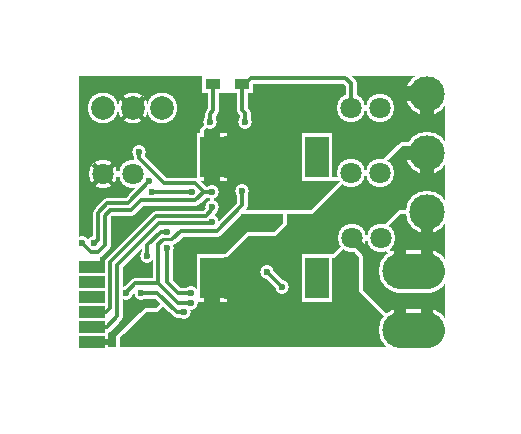
<source format=gbr>
%FSLAX34Y34*%
%MOMM*%
%LNCOPPER_BOTTOM*%
G71*
G01*
%ADD10C, 1.200*%
%ADD11C, 3.600*%
%ADD12R, 2.600X4.100*%
%ADD13C, 2.400*%
%ADD14C, 0.900*%
%ADD15C, 3.600*%
%ADD16C, 2.600*%
%ADD17R, 2.800X1.600*%
%ADD18C, 0.300*%
%ADD19R, 1.850X1.500*%
%ADD20C, 0.850*%
%ADD21C, 0.500*%
%ADD22C, 1.200*%
%ADD23C, 1.000*%
%ADD24C, 1.400*%
%ADD25C, 0.600*%
%ADD26C, 0.798*%
%ADD27C, 0.396*%
%ADD28C, 1.387*%
%ADD29C, 0.400*%
%ADD30C, 0.600*%
%ADD31C, 3.000*%
%ADD32R, 2.000X3.500*%
%ADD33C, 1.800*%
%ADD34C, 3.000*%
%ADD35C, 2.000*%
%ADD36R, 2.200X1.000*%
%ADD37R, 1.250X0.900*%
%ADD38C, 0.250*%
%ADD39C, 0.450*%
%LPD*%
G36*
X-51000Y50500D02*
X369000Y50500D01*
X369000Y-299500D01*
X-51000Y-299500D01*
X-51000Y50500D01*
G37*
%LPC*%
X101050Y-103150D02*
G54D10*
D03*
X300000Y-20000D02*
G54D11*
D03*
X300000Y-70000D02*
G54D11*
D03*
X300000Y-120000D02*
G54D11*
D03*
X300000Y-170000D02*
G54D11*
D03*
X300000Y-220000D02*
G54D11*
D03*
X277500Y-170000D02*
G54D11*
D03*
X277500Y-220000D02*
G54D11*
D03*
X207000Y-176250D02*
G54D12*
D03*
X118000Y-176250D02*
G54D12*
D03*
X260500Y-32500D02*
G54D13*
D03*
X235500Y-32500D02*
G54D13*
D03*
X260500Y-87500D02*
G54D13*
D03*
X235500Y-87500D02*
G54D13*
D03*
X236423Y-142444D02*
G54D13*
D03*
X261423Y-142444D02*
G54D13*
D03*
X67500Y-103150D02*
G54D10*
D03*
X100550Y-188550D02*
G54D10*
D03*
X45000Y-188500D02*
G54D10*
D03*
X57500Y-188500D02*
G54D10*
D03*
X100550Y-197550D02*
G54D10*
D03*
G54D14*
X100550Y-197550D02*
X89450Y-197550D01*
X72450Y-180550D01*
X52950Y-180550D01*
X45000Y-188500D01*
X26000Y-88500D02*
G54D13*
D03*
X51000Y-88500D02*
G54D13*
D03*
G54D14*
X67500Y-103150D02*
X101050Y-103150D01*
X118350Y-103150D02*
G54D10*
D03*
G54D14*
X111350Y-103150D02*
X103700Y-95500D01*
X77500Y-95500D01*
X56500Y-74500D01*
X56500Y-69500D01*
X207000Y-189000D02*
G54D10*
D03*
X202000Y-189000D02*
G54D10*
D03*
X212000Y-189000D02*
G54D10*
D03*
X207000Y-61000D02*
G54D10*
D03*
X202000Y-61000D02*
G54D10*
D03*
X212000Y-61000D02*
G54D10*
D03*
X94000Y-205000D02*
G54D10*
D03*
G54D14*
X57500Y-188500D02*
X71500Y-188500D01*
X88000Y-205000D01*
X94000Y-205000D01*
X80000Y-150500D02*
G54D10*
D03*
G54D14*
X100550Y-188550D02*
X89050Y-188550D01*
X80000Y-179500D01*
X80000Y-150500D01*
G54D14*
X143350Y-102150D02*
X143350Y-114650D01*
X121950Y-136050D01*
X91350Y-136050D01*
X84100Y-143300D01*
G54D15*
X277500Y-170000D02*
X300000Y-170000D01*
G54D15*
X277500Y-220000D02*
X300000Y-220000D01*
G36*
X5000Y-5000D02*
X315000Y-5000D01*
X315000Y-235000D01*
X5000Y-235000D01*
X5000Y-5000D01*
X-51000Y50500D01*
X-51000Y-299500D01*
X369000Y-299500D01*
X369000Y50500D01*
X-51000Y50500D01*
X5000Y-5000D01*
G37*
X207000Y-73750D02*
G54D12*
D03*
X118000Y-73750D02*
G54D12*
D03*
G36*
X323500Y-225500D02*
X305500Y-225500D01*
X300000Y-220000D01*
X300000Y-239500D01*
X319500Y-244500D01*
X323500Y-225500D01*
G37*
G36*
X100550Y-188550D02*
X106500Y-188550D01*
X106500Y-194500D01*
X100550Y-194500D01*
X100550Y-188550D01*
G37*
X76000Y-32500D02*
G54D16*
D03*
X51000Y-32500D02*
G54D16*
D03*
X26000Y-32500D02*
G54D16*
D03*
G36*
X88000Y-195000D02*
X100000Y-195000D01*
X100000Y-190000D01*
X88000Y-190000D01*
X88000Y-195000D01*
G37*
X118350Y-115850D02*
G54D10*
D03*
X118350Y-128550D02*
G54D10*
D03*
X65050Y-94450D02*
G54D10*
D03*
X16000Y-166500D02*
G54D17*
D03*
X16000Y-179200D02*
G54D17*
D03*
X16000Y-191900D02*
G54D17*
D03*
X16000Y-204600D02*
G54D17*
D03*
X16000Y-217300D02*
G54D17*
D03*
X16000Y-230000D02*
G54D17*
D03*
X21500Y-179200D02*
G54D10*
D03*
X18500Y-146700D02*
G54D10*
D03*
G54D14*
X18500Y-146700D02*
X21500Y-143700D01*
X21500Y-121000D01*
X29500Y-113000D01*
X46500Y-113000D01*
X65050Y-94450D01*
X21500Y-191900D02*
G54D10*
D03*
X8000Y-146700D02*
G54D10*
D03*
G54D14*
X16000Y-204600D02*
X28400Y-204600D01*
X31500Y-201500D01*
X31500Y-163000D01*
X70850Y-123650D01*
X112550Y-123650D01*
X118350Y-117850D01*
X118350Y-115850D01*
X63000Y-157500D02*
G54D10*
D03*
X80000Y-137000D02*
G54D10*
D03*
G54D14*
X63000Y-157500D02*
X63000Y-148500D01*
X74500Y-137000D01*
X80000Y-137000D01*
G54D14*
X16000Y-217300D02*
X28700Y-217300D01*
X37500Y-208500D01*
X37500Y-165500D01*
X73450Y-129550D01*
X117350Y-129550D01*
X118350Y-128550D01*
G36*
X28400Y-204600D02*
X34000Y-204600D01*
X34000Y-211000D01*
X28400Y-211000D01*
X28400Y-204600D01*
G37*
G36*
X65000Y-146000D02*
X71000Y-146000D01*
X71000Y-155500D01*
X65000Y-155500D01*
X65000Y-146000D01*
G37*
G54D18*
X118350Y-103150D02*
X118350Y-115850D01*
X143451Y-12250D02*
G54D19*
D03*
X118751Y-12250D02*
G54D19*
D03*
X146001Y-44500D02*
G54D10*
D03*
X116001Y-44500D02*
G54D10*
D03*
G54D14*
X116001Y-44500D02*
X116001Y-37000D01*
X118751Y-34250D01*
X118751Y-12250D01*
G36*
X120750Y-19750D02*
X140250Y-19750D01*
X140250Y-3250D01*
X120750Y-3250D01*
X120750Y-19750D01*
G37*
X143350Y-102150D02*
G54D10*
D03*
G36*
X83000Y-130000D02*
X88500Y-130000D01*
X88500Y-136500D01*
X83000Y-136500D01*
X83000Y-130000D01*
G37*
G54D18*
X8000Y-146700D02*
X21500Y-146700D01*
G54D14*
X146001Y-44500D02*
X146001Y-36800D01*
X143451Y-34250D01*
X143451Y-12250D01*
G54D14*
X72450Y-180550D02*
X72450Y-147550D01*
X76200Y-143800D01*
G54D20*
X76450Y-143550D02*
X83850Y-143550D01*
G54D14*
X118350Y-103150D02*
X111350Y-103150D01*
X104000Y-110500D01*
X57500Y-110500D01*
X49000Y-119000D01*
X32000Y-119000D01*
X27500Y-123500D01*
X27500Y-148000D01*
X21500Y-154000D01*
X15300Y-154000D01*
X8000Y-146700D01*
G36*
X4500Y-151000D02*
X5000Y-151500D01*
X30250Y-151500D01*
X22250Y-159500D01*
X4000Y-159500D01*
X4500Y-151000D01*
G37*
G36*
X58500Y-107000D02*
X65000Y-107000D01*
X65000Y-102000D01*
X58500Y-102000D01*
X58500Y-107000D01*
G37*
G54D18*
X116001Y-44500D02*
X109500Y-51001D01*
X109500Y-58000D01*
G36*
X306500Y-3000D02*
X317500Y-3000D01*
X317500Y-12500D01*
X306500Y-12500D01*
X306500Y-3000D01*
G37*
G54D18*
X277500Y-220000D02*
X244500Y-187000D01*
X244500Y-158250D01*
X239500Y-153250D01*
G54D18*
X129500Y-157250D02*
X148250Y-138500D01*
X171500Y-138500D01*
X179500Y-130500D01*
X179500Y-120500D01*
G54D18*
X264000Y-77500D02*
X279000Y-62500D01*
X287500Y-62500D01*
G54D18*
X141000Y-120500D02*
X202500Y-120500D01*
X235500Y-87500D01*
G54D21*
X236423Y-142444D02*
X261423Y-142444D01*
G54D18*
X261423Y-142444D02*
X277500Y-170000D01*
G54D18*
X265500Y-132000D02*
X277500Y-120000D01*
X300000Y-120000D01*
G54D21*
X260500Y-87500D02*
X235500Y-87500D01*
X177600Y-184200D02*
G54D10*
D03*
X164500Y-171100D02*
G54D10*
D03*
G54D14*
X164500Y-171100D02*
X177600Y-184200D01*
G36*
X61500Y-83500D02*
X77500Y-99500D01*
X77500Y-100500D01*
X69500Y-100000D01*
X57000Y-92500D01*
X61500Y-83500D01*
G37*
G54D18*
X77000Y-197000D02*
X71000Y-203000D01*
X62000Y-203000D01*
X38500Y-226500D01*
X38500Y-237500D01*
X56500Y-69500D02*
G54D10*
D03*
G54D14*
X235500Y-32500D02*
X235500Y-11000D01*
X231000Y-6500D01*
X151200Y-6500D01*
X148451Y-9250D01*
G54D21*
X235500Y-32500D02*
X260500Y-32500D01*
G54D21*
X51000Y-88500D02*
X26000Y-88500D01*
G54D18*
X216750Y-92750D02*
X227250Y-92750D01*
G54D18*
X217250Y-157250D02*
X221617Y-157250D01*
X236423Y-142444D01*
%LPD*%
G54D22*
G36*
X306000Y-20000D02*
X306000Y-38500D01*
X294000Y-38500D01*
X294000Y-20000D01*
X306000Y-20000D01*
G37*
G36*
X300000Y-26000D02*
X281500Y-26000D01*
X281500Y-14000D01*
X300000Y-14000D01*
X300000Y-26000D01*
G37*
G54D22*
G36*
X306000Y-70000D02*
X306000Y-88500D01*
X294000Y-88500D01*
X294000Y-70000D01*
X306000Y-70000D01*
G37*
G36*
X300000Y-76000D02*
X281500Y-76000D01*
X281500Y-64000D01*
X300000Y-64000D01*
X300000Y-76000D01*
G37*
G54D23*
G36*
X305000Y-120000D02*
X305000Y-138500D01*
X295000Y-138500D01*
X295000Y-120000D01*
X305000Y-120000D01*
G37*
G54D23*
G36*
X295000Y-170000D02*
X295000Y-151500D01*
X305000Y-151500D01*
X305000Y-170000D01*
X295000Y-170000D01*
G37*
G54D23*
G36*
X295000Y-220000D02*
X295000Y-201500D01*
X305000Y-201500D01*
X305000Y-220000D01*
X295000Y-220000D01*
G37*
G54D23*
G36*
X272500Y-170000D02*
X272500Y-151500D01*
X282500Y-151500D01*
X282500Y-170000D01*
X272500Y-170000D01*
G37*
G54D23*
G36*
X272500Y-220000D02*
X272500Y-201500D01*
X282500Y-201500D01*
X282500Y-220000D01*
X272500Y-220000D01*
G37*
G54D24*
G36*
X118000Y-169250D02*
X131500Y-169250D01*
X131500Y-183250D01*
X118000Y-183250D01*
X118000Y-169250D01*
G37*
G36*
X125000Y-176250D02*
X125000Y-197250D01*
X111000Y-197250D01*
X111000Y-176250D01*
X125000Y-176250D01*
G37*
G54D25*
G54D25*
G54D25*
G54D25*
G54D26*
G36*
X239244Y-139623D02*
X248083Y-148461D01*
X242440Y-154104D01*
X233602Y-145265D01*
X239244Y-139623D01*
G37*
G54D25*
G54D27*
G36*
X24600Y-87100D02*
X33439Y-78261D01*
X36239Y-81061D01*
X27400Y-89900D01*
X24600Y-87100D01*
G37*
G36*
X27400Y-87100D02*
X36239Y-95939D01*
X33439Y-98739D01*
X24600Y-89900D01*
X27400Y-87100D01*
G37*
G36*
X27400Y-89900D02*
X18561Y-98739D01*
X15761Y-95939D01*
X24600Y-87100D01*
X27400Y-89900D01*
G37*
G36*
X24600Y-89900D02*
X15761Y-81061D01*
X18561Y-78261D01*
X27400Y-87100D01*
X24600Y-89900D01*
G37*
G54D27*
G54D28*
G36*
X118000Y-66816D02*
X131500Y-66816D01*
X131500Y-80684D01*
X118000Y-80684D01*
X118000Y-66816D01*
G37*
G36*
X124934Y-73750D02*
X124934Y-94750D01*
X111066Y-94750D01*
X111066Y-73750D01*
X124934Y-73750D01*
G37*
G36*
X111066Y-73750D02*
X111066Y-52750D01*
X124934Y-52750D01*
X124934Y-73750D01*
X111066Y-73750D01*
G37*
G54D29*
G36*
X52414Y-33914D02*
X42868Y-43460D01*
X40040Y-40632D01*
X49586Y-31086D01*
X52414Y-33914D01*
G37*
G36*
X49586Y-33914D02*
X40040Y-24368D01*
X42868Y-21540D01*
X52414Y-31086D01*
X49586Y-33914D01*
G37*
G36*
X49586Y-31086D02*
X59132Y-21540D01*
X61960Y-24368D01*
X52414Y-33914D01*
X49586Y-31086D01*
G37*
G36*
X52414Y-31086D02*
X61960Y-40632D01*
X59132Y-43460D01*
X49586Y-33914D01*
X52414Y-31086D01*
G37*
G54D21*
G54D21*
G36*
X16000Y-227500D02*
X30500Y-227500D01*
X30500Y-232500D01*
X16000Y-232500D01*
X16000Y-227500D01*
G37*
X101050Y-103150D02*
G54D30*
D03*
X300000Y-20000D02*
G54D31*
D03*
X300000Y-70000D02*
G54D31*
D03*
X300000Y-120000D02*
G54D31*
D03*
X300000Y-170000D02*
G54D31*
D03*
X300000Y-220000D02*
G54D31*
D03*
X277500Y-170000D02*
G54D31*
D03*
X277500Y-220000D02*
G54D31*
D03*
X207000Y-176250D02*
G54D32*
D03*
X118000Y-176250D02*
G54D32*
D03*
X260500Y-32500D02*
G54D33*
D03*
X235500Y-32500D02*
G54D33*
D03*
X260500Y-87500D02*
G54D33*
D03*
X235500Y-87500D02*
G54D33*
D03*
X236423Y-142444D02*
G54D33*
D03*
X261423Y-142444D02*
G54D33*
D03*
X67500Y-103150D02*
G54D30*
D03*
X100550Y-188550D02*
G54D30*
D03*
X45000Y-188500D02*
G54D30*
D03*
X57500Y-188500D02*
G54D30*
D03*
X100550Y-197550D02*
G54D30*
D03*
G54D18*
X100550Y-197550D02*
X89450Y-197550D01*
X72450Y-180550D01*
X52950Y-180550D01*
X45000Y-188500D01*
X26000Y-88500D02*
G54D33*
D03*
X51000Y-88500D02*
G54D33*
D03*
G54D18*
X67500Y-103150D02*
X101050Y-103150D01*
X169000Y-125000D02*
G54D30*
D03*
X175000Y-125000D02*
G54D30*
D03*
X118350Y-103150D02*
G54D30*
D03*
X99500Y-168500D02*
G54D30*
D03*
X93500Y-168500D02*
G54D30*
D03*
G54D18*
X111350Y-103150D02*
X103700Y-95500D01*
X77500Y-95500D01*
X56500Y-74500D01*
X56500Y-69500D01*
X207000Y-189000D02*
G54D30*
D03*
X202000Y-189000D02*
G54D30*
D03*
X212000Y-189000D02*
G54D30*
D03*
X207000Y-61000D02*
G54D30*
D03*
X202000Y-61000D02*
G54D30*
D03*
X212000Y-61000D02*
G54D30*
D03*
X94000Y-205000D02*
G54D30*
D03*
G54D18*
X57500Y-188500D02*
X71500Y-188500D01*
X88000Y-205000D01*
X94000Y-205000D01*
X80000Y-150500D02*
G54D30*
D03*
G54D18*
X100550Y-188550D02*
X89050Y-188550D01*
X80000Y-179500D01*
X80000Y-150500D01*
G54D18*
X143350Y-102150D02*
X143350Y-114650D01*
X121950Y-136050D01*
X91350Y-136050D01*
X84100Y-143300D01*
X109350Y-115850D02*
G54D30*
D03*
X35000Y-126500D02*
G54D30*
D03*
G54D34*
X277500Y-170000D02*
X300000Y-170000D01*
G54D34*
X277500Y-220000D02*
X300000Y-220000D01*
X207000Y-73750D02*
G54D32*
D03*
X118000Y-73750D02*
G54D32*
D03*
X76000Y-32500D02*
G54D35*
D03*
X51000Y-32500D02*
G54D35*
D03*
X26000Y-32500D02*
G54D35*
D03*
X118350Y-115850D02*
G54D30*
D03*
X118350Y-128550D02*
G54D30*
D03*
X65050Y-94450D02*
G54D30*
D03*
X16000Y-166500D02*
G54D36*
D03*
X16000Y-179200D02*
G54D36*
D03*
X16000Y-191900D02*
G54D36*
D03*
X16000Y-204600D02*
G54D36*
D03*
X16000Y-217300D02*
G54D36*
D03*
X16000Y-230000D02*
G54D36*
D03*
X21500Y-179200D02*
G54D30*
D03*
X18500Y-146700D02*
G54D30*
D03*
G54D18*
X18500Y-146700D02*
X21500Y-143700D01*
X21500Y-121000D01*
X29500Y-113000D01*
X46500Y-113000D01*
X65050Y-94450D01*
X21500Y-191900D02*
G54D30*
D03*
X8000Y-146700D02*
G54D30*
D03*
G54D18*
X16000Y-204600D02*
X28400Y-204600D01*
X31500Y-201500D01*
X31500Y-163000D01*
X70850Y-123650D01*
X112550Y-123650D01*
X118350Y-117850D01*
X118350Y-115850D01*
X63000Y-157500D02*
G54D30*
D03*
X80000Y-137000D02*
G54D30*
D03*
G54D18*
X63000Y-157500D02*
X63000Y-148500D01*
X74500Y-137000D01*
X80000Y-137000D01*
G54D18*
X16000Y-217300D02*
X28700Y-217300D01*
X37500Y-208500D01*
X37500Y-165500D01*
X73450Y-129550D01*
X117350Y-129550D01*
X118350Y-128550D01*
X69000Y-198250D02*
G54D30*
D03*
X143451Y-12250D02*
G54D37*
D03*
X118751Y-12250D02*
G54D37*
D03*
X146001Y-44500D02*
G54D30*
D03*
X116001Y-44500D02*
G54D30*
D03*
G54D18*
X116001Y-44500D02*
X116001Y-37000D01*
X118751Y-34250D01*
X118751Y-12250D01*
X143350Y-102150D02*
G54D30*
D03*
G54D18*
X146001Y-44500D02*
X146001Y-36800D01*
X143451Y-34250D01*
X143451Y-12250D01*
G54D18*
X72450Y-180550D02*
X72450Y-147550D01*
X76200Y-143800D01*
G54D38*
X76450Y-143550D02*
X83850Y-143550D01*
G54D18*
X118350Y-103150D02*
X111350Y-103150D01*
X104000Y-110500D01*
X57500Y-110500D01*
X49000Y-119000D01*
X32000Y-119000D01*
X27500Y-123500D01*
X27500Y-148000D01*
X21500Y-154000D01*
X15300Y-154000D01*
X8000Y-146700D01*
G54D39*
X29000Y-156000D02*
X24750Y-160250D01*
X24750Y-164750D01*
X105500Y-29000D02*
G54D30*
D03*
X105500Y-23000D02*
G54D30*
D03*
G36*
X131250Y-56250D02*
X131250Y-91250D01*
X127750Y-91250D01*
X127750Y-56250D01*
X131250Y-56250D01*
G37*
G36*
X131250Y-158750D02*
X131250Y-193750D01*
X127750Y-193750D01*
X127750Y-158750D01*
X131250Y-158750D01*
G37*
X177600Y-184200D02*
G54D30*
D03*
X164500Y-171100D02*
G54D30*
D03*
G54D18*
X164500Y-171100D02*
X177600Y-184200D01*
X105500Y-17000D02*
G54D30*
D03*
X56500Y-69500D02*
G54D30*
D03*
X105500Y-35000D02*
G54D30*
D03*
G54D18*
X235500Y-32500D02*
X235500Y-11000D01*
X231000Y-6500D01*
X151200Y-6500D01*
X148451Y-9250D01*
M02*

</source>
